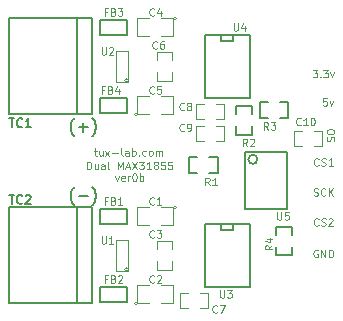
<source format=gto>
G04 #@! TF.FileFunction,Legend,Top*
%FSLAX46Y46*%
G04 Gerber Fmt 4.6, Leading zero omitted, Abs format (unit mm)*
G04 Created by KiCad (PCBNEW (2014-11-09 BZR 5259)-product) date Sat 15 Nov 2014 10:42:28 PM PST*
%MOMM*%
G01*
G04 APERTURE LIST*
%ADD10C,0.050000*%
%ADD11C,0.127000*%
%ADD12C,0.101600*%
%ADD13C,0.099060*%
%ADD14C,0.119380*%
%ADD15C,0.078740*%
%ADD16C,0.203200*%
G04 APERTURE END LIST*
D10*
D11*
X107429905Y-99398667D02*
X107381525Y-99350286D01*
X107284763Y-99205143D01*
X107236382Y-99108381D01*
X107188001Y-98963238D01*
X107139620Y-98721333D01*
X107139620Y-98527810D01*
X107188001Y-98285905D01*
X107236382Y-98140762D01*
X107284763Y-98044000D01*
X107381525Y-97898857D01*
X107429905Y-97850476D01*
X107816953Y-98624571D02*
X108591048Y-98624571D01*
X108204000Y-99011619D02*
X108204000Y-98237524D01*
X108978096Y-99398667D02*
X109026477Y-99350286D01*
X109123239Y-99205143D01*
X109171620Y-99108381D01*
X109220001Y-98963238D01*
X109268382Y-98721333D01*
X109268382Y-98527810D01*
X109220001Y-98285905D01*
X109171620Y-98140762D01*
X109123239Y-98044000D01*
X109026477Y-97898857D01*
X108978096Y-97850476D01*
X107429905Y-105240667D02*
X107381525Y-105192286D01*
X107284763Y-105047143D01*
X107236382Y-104950381D01*
X107188001Y-104805238D01*
X107139620Y-104563333D01*
X107139620Y-104369810D01*
X107188001Y-104127905D01*
X107236382Y-103982762D01*
X107284763Y-103886000D01*
X107381525Y-103740857D01*
X107429905Y-103692476D01*
X107816953Y-104466571D02*
X108591048Y-104466571D01*
X108978096Y-105240667D02*
X109026477Y-105192286D01*
X109123239Y-105047143D01*
X109171620Y-104950381D01*
X109220001Y-104805238D01*
X109268382Y-104563333D01*
X109268382Y-104369810D01*
X109220001Y-104127905D01*
X109171620Y-103982762D01*
X109123239Y-103886000D01*
X109026477Y-103740857D01*
X108978096Y-103692476D01*
D12*
X128814285Y-96172262D02*
X128511904Y-96172262D01*
X128481666Y-96474643D01*
X128511904Y-96444405D01*
X128572381Y-96414167D01*
X128723571Y-96414167D01*
X128784047Y-96444405D01*
X128814285Y-96474643D01*
X128844524Y-96535119D01*
X128844524Y-96686310D01*
X128814285Y-96746786D01*
X128784047Y-96777024D01*
X128723571Y-96807262D01*
X128572381Y-96807262D01*
X128511904Y-96777024D01*
X128481666Y-96746786D01*
X129056190Y-96383929D02*
X129207381Y-96807262D01*
X129358571Y-96383929D01*
X108517266Y-102179362D02*
X108517266Y-101544362D01*
X108668457Y-101544362D01*
X108759171Y-101574600D01*
X108819647Y-101635076D01*
X108849886Y-101695552D01*
X108880124Y-101816505D01*
X108880124Y-101907219D01*
X108849886Y-102028171D01*
X108819647Y-102088648D01*
X108759171Y-102149124D01*
X108668457Y-102179362D01*
X108517266Y-102179362D01*
X109424409Y-101756029D02*
X109424409Y-102179362D01*
X109152266Y-101756029D02*
X109152266Y-102088648D01*
X109182505Y-102149124D01*
X109242981Y-102179362D01*
X109333695Y-102179362D01*
X109394171Y-102149124D01*
X109424409Y-102118886D01*
X109998933Y-102179362D02*
X109998933Y-101846743D01*
X109968695Y-101786267D01*
X109908219Y-101756029D01*
X109787267Y-101756029D01*
X109726790Y-101786267D01*
X109998933Y-102149124D02*
X109938457Y-102179362D01*
X109787267Y-102179362D01*
X109726790Y-102149124D01*
X109696552Y-102088648D01*
X109696552Y-102028171D01*
X109726790Y-101967695D01*
X109787267Y-101937457D01*
X109938457Y-101937457D01*
X109998933Y-101907219D01*
X110392029Y-102179362D02*
X110331553Y-102149124D01*
X110301314Y-102088648D01*
X110301314Y-101544362D01*
X111117743Y-102179362D02*
X111117743Y-101544362D01*
X111329410Y-101997933D01*
X111541077Y-101544362D01*
X111541077Y-102179362D01*
X111813219Y-101997933D02*
X112115600Y-101997933D01*
X111752743Y-102179362D02*
X111964410Y-101544362D01*
X112176077Y-102179362D01*
X112327267Y-101544362D02*
X112750601Y-102179362D01*
X112750601Y-101544362D02*
X112327267Y-102179362D01*
X112932029Y-101544362D02*
X113325125Y-101544362D01*
X113113458Y-101786267D01*
X113204172Y-101786267D01*
X113264648Y-101816505D01*
X113294886Y-101846743D01*
X113325125Y-101907219D01*
X113325125Y-102058410D01*
X113294886Y-102118886D01*
X113264648Y-102149124D01*
X113204172Y-102179362D01*
X113022744Y-102179362D01*
X112962267Y-102149124D01*
X112932029Y-102118886D01*
X113929887Y-102179362D02*
X113567029Y-102179362D01*
X113748458Y-102179362D02*
X113748458Y-101544362D01*
X113687982Y-101635076D01*
X113627506Y-101695552D01*
X113567029Y-101725790D01*
X114292744Y-101816505D02*
X114232268Y-101786267D01*
X114202029Y-101756029D01*
X114171791Y-101695552D01*
X114171791Y-101665314D01*
X114202029Y-101604838D01*
X114232268Y-101574600D01*
X114292744Y-101544362D01*
X114413696Y-101544362D01*
X114474172Y-101574600D01*
X114504410Y-101604838D01*
X114534649Y-101665314D01*
X114534649Y-101695552D01*
X114504410Y-101756029D01*
X114474172Y-101786267D01*
X114413696Y-101816505D01*
X114292744Y-101816505D01*
X114232268Y-101846743D01*
X114202029Y-101876981D01*
X114171791Y-101937457D01*
X114171791Y-102058410D01*
X114202029Y-102118886D01*
X114232268Y-102149124D01*
X114292744Y-102179362D01*
X114413696Y-102179362D01*
X114474172Y-102149124D01*
X114504410Y-102118886D01*
X114534649Y-102058410D01*
X114534649Y-101937457D01*
X114504410Y-101876981D01*
X114474172Y-101846743D01*
X114413696Y-101816505D01*
X115109172Y-101544362D02*
X114806791Y-101544362D01*
X114776553Y-101846743D01*
X114806791Y-101816505D01*
X114867268Y-101786267D01*
X115018458Y-101786267D01*
X115078934Y-101816505D01*
X115109172Y-101846743D01*
X115139411Y-101907219D01*
X115139411Y-102058410D01*
X115109172Y-102118886D01*
X115078934Y-102149124D01*
X115018458Y-102179362D01*
X114867268Y-102179362D01*
X114806791Y-102149124D01*
X114776553Y-102118886D01*
X115713934Y-101544362D02*
X115411553Y-101544362D01*
X115381315Y-101846743D01*
X115411553Y-101816505D01*
X115472030Y-101786267D01*
X115623220Y-101786267D01*
X115683696Y-101816505D01*
X115713934Y-101846743D01*
X115744173Y-101907219D01*
X115744173Y-102058410D01*
X115713934Y-102118886D01*
X115683696Y-102149124D01*
X115623220Y-102179362D01*
X115472030Y-102179362D01*
X115411553Y-102149124D01*
X115381315Y-102118886D01*
X110906076Y-102746629D02*
X111057267Y-103169962D01*
X111208457Y-102746629D01*
X111692267Y-103139724D02*
X111631791Y-103169962D01*
X111510839Y-103169962D01*
X111450362Y-103139724D01*
X111420124Y-103079248D01*
X111420124Y-102837343D01*
X111450362Y-102776867D01*
X111510839Y-102746629D01*
X111631791Y-102746629D01*
X111692267Y-102776867D01*
X111722505Y-102837343D01*
X111722505Y-102897819D01*
X111420124Y-102958295D01*
X111994648Y-103169962D02*
X111994648Y-102746629D01*
X111994648Y-102867581D02*
X112024887Y-102807105D01*
X112055125Y-102776867D01*
X112115601Y-102746629D01*
X112176077Y-102746629D01*
X112508696Y-102534962D02*
X112569172Y-102534962D01*
X112629648Y-102565200D01*
X112659886Y-102595438D01*
X112690124Y-102655914D01*
X112720363Y-102776867D01*
X112720363Y-102928057D01*
X112690124Y-103049010D01*
X112659886Y-103109486D01*
X112629648Y-103139724D01*
X112569172Y-103169962D01*
X112508696Y-103169962D01*
X112448220Y-103139724D01*
X112417982Y-103109486D01*
X112387743Y-103049010D01*
X112357505Y-102928057D01*
X112357505Y-102776867D01*
X112387743Y-102655914D01*
X112417982Y-102595438D01*
X112448220Y-102565200D01*
X112508696Y-102534962D01*
X112992505Y-103169962D02*
X112992505Y-102534962D01*
X112992505Y-102776867D02*
X113052982Y-102746629D01*
X113173934Y-102746629D01*
X113234410Y-102776867D01*
X113264648Y-102807105D01*
X113294886Y-102867581D01*
X113294886Y-103049010D01*
X113264648Y-103109486D01*
X113234410Y-103139724D01*
X113173934Y-103169962D01*
X113052982Y-103169962D01*
X112992505Y-103139724D01*
X109106304Y-100600329D02*
X109348209Y-100600329D01*
X109197018Y-100388662D02*
X109197018Y-100932948D01*
X109227257Y-100993424D01*
X109287733Y-101023662D01*
X109348209Y-101023662D01*
X109832018Y-100600329D02*
X109832018Y-101023662D01*
X109559875Y-100600329D02*
X109559875Y-100932948D01*
X109590114Y-100993424D01*
X109650590Y-101023662D01*
X109741304Y-101023662D01*
X109801780Y-100993424D01*
X109832018Y-100963186D01*
X110073923Y-101023662D02*
X110406542Y-100600329D01*
X110073923Y-100600329D02*
X110406542Y-101023662D01*
X110648447Y-100781757D02*
X111132257Y-100781757D01*
X111525352Y-101023662D02*
X111464876Y-100993424D01*
X111434637Y-100932948D01*
X111434637Y-100388662D01*
X112039399Y-101023662D02*
X112039399Y-100691043D01*
X112009161Y-100630567D01*
X111948685Y-100600329D01*
X111827733Y-100600329D01*
X111767256Y-100630567D01*
X112039399Y-100993424D02*
X111978923Y-101023662D01*
X111827733Y-101023662D01*
X111767256Y-100993424D01*
X111737018Y-100932948D01*
X111737018Y-100872471D01*
X111767256Y-100811995D01*
X111827733Y-100781757D01*
X111978923Y-100781757D01*
X112039399Y-100751519D01*
X112341780Y-101023662D02*
X112341780Y-100388662D01*
X112341780Y-100630567D02*
X112402257Y-100600329D01*
X112523209Y-100600329D01*
X112583685Y-100630567D01*
X112613923Y-100660805D01*
X112644161Y-100721281D01*
X112644161Y-100902710D01*
X112613923Y-100963186D01*
X112583685Y-100993424D01*
X112523209Y-101023662D01*
X112402257Y-101023662D01*
X112341780Y-100993424D01*
X112916304Y-100963186D02*
X112946543Y-100993424D01*
X112916304Y-101023662D01*
X112886066Y-100993424D01*
X112916304Y-100963186D01*
X112916304Y-101023662D01*
X113490828Y-100993424D02*
X113430352Y-101023662D01*
X113309400Y-101023662D01*
X113248924Y-100993424D01*
X113218685Y-100963186D01*
X113188447Y-100902710D01*
X113188447Y-100721281D01*
X113218685Y-100660805D01*
X113248924Y-100630567D01*
X113309400Y-100600329D01*
X113430352Y-100600329D01*
X113490828Y-100630567D01*
X113853686Y-101023662D02*
X113793210Y-100993424D01*
X113762971Y-100963186D01*
X113732733Y-100902710D01*
X113732733Y-100721281D01*
X113762971Y-100660805D01*
X113793210Y-100630567D01*
X113853686Y-100600329D01*
X113944400Y-100600329D01*
X114004876Y-100630567D01*
X114035114Y-100660805D01*
X114065352Y-100721281D01*
X114065352Y-100902710D01*
X114035114Y-100963186D01*
X114004876Y-100993424D01*
X113944400Y-101023662D01*
X113853686Y-101023662D01*
X114337495Y-101023662D02*
X114337495Y-100600329D01*
X114337495Y-100660805D02*
X114367734Y-100630567D01*
X114428210Y-100600329D01*
X114518924Y-100600329D01*
X114579400Y-100630567D01*
X114609638Y-100691043D01*
X114609638Y-101023662D01*
X114609638Y-100691043D02*
X114639876Y-100630567D01*
X114700353Y-100600329D01*
X114791067Y-100600329D01*
X114851543Y-100630567D01*
X114881781Y-100691043D01*
X114881781Y-101023662D01*
X128115786Y-101826786D02*
X128085548Y-101857024D01*
X127994833Y-101887262D01*
X127934357Y-101887262D01*
X127843643Y-101857024D01*
X127783167Y-101796548D01*
X127752928Y-101736071D01*
X127722690Y-101615119D01*
X127722690Y-101524405D01*
X127752928Y-101403452D01*
X127783167Y-101342976D01*
X127843643Y-101282500D01*
X127934357Y-101252262D01*
X127994833Y-101252262D01*
X128085548Y-101282500D01*
X128115786Y-101312738D01*
X128357690Y-101857024D02*
X128448405Y-101887262D01*
X128599595Y-101887262D01*
X128660071Y-101857024D01*
X128690309Y-101826786D01*
X128720548Y-101766310D01*
X128720548Y-101705833D01*
X128690309Y-101645357D01*
X128660071Y-101615119D01*
X128599595Y-101584881D01*
X128478643Y-101554643D01*
X128418167Y-101524405D01*
X128387928Y-101494167D01*
X128357690Y-101433690D01*
X128357690Y-101373214D01*
X128387928Y-101312738D01*
X128418167Y-101282500D01*
X128478643Y-101252262D01*
X128629833Y-101252262D01*
X128720548Y-101282500D01*
X129325310Y-101887262D02*
X128962452Y-101887262D01*
X129143881Y-101887262D02*
X129143881Y-101252262D01*
X129083405Y-101342976D01*
X129022929Y-101403452D01*
X128962452Y-101433690D01*
X127707571Y-104397024D02*
X127798286Y-104427262D01*
X127949476Y-104427262D01*
X128009952Y-104397024D01*
X128040190Y-104366786D01*
X128070429Y-104306310D01*
X128070429Y-104245833D01*
X128040190Y-104185357D01*
X128009952Y-104155119D01*
X127949476Y-104124881D01*
X127828524Y-104094643D01*
X127768048Y-104064405D01*
X127737809Y-104034167D01*
X127707571Y-103973690D01*
X127707571Y-103913214D01*
X127737809Y-103852738D01*
X127768048Y-103822500D01*
X127828524Y-103792262D01*
X127979714Y-103792262D01*
X128070429Y-103822500D01*
X128705429Y-104366786D02*
X128675191Y-104397024D01*
X128584476Y-104427262D01*
X128524000Y-104427262D01*
X128433286Y-104397024D01*
X128372810Y-104336548D01*
X128342571Y-104276071D01*
X128312333Y-104155119D01*
X128312333Y-104064405D01*
X128342571Y-103943452D01*
X128372810Y-103882976D01*
X128433286Y-103822500D01*
X128524000Y-103792262D01*
X128584476Y-103792262D01*
X128675191Y-103822500D01*
X128705429Y-103852738D01*
X128977571Y-104427262D02*
X128977571Y-103792262D01*
X129340429Y-104427262D02*
X129068286Y-104064405D01*
X129340429Y-103792262D02*
X128977571Y-104155119D01*
X129416024Y-99828048D02*
X129446262Y-99737333D01*
X129446262Y-99586143D01*
X129416024Y-99525667D01*
X129385786Y-99495429D01*
X129325310Y-99465190D01*
X129264833Y-99465190D01*
X129204357Y-99495429D01*
X129174119Y-99525667D01*
X129143881Y-99586143D01*
X129113643Y-99707095D01*
X129083405Y-99767571D01*
X129053167Y-99797810D01*
X128992690Y-99828048D01*
X128932214Y-99828048D01*
X128871738Y-99797810D01*
X128841500Y-99767571D01*
X128811262Y-99707095D01*
X128811262Y-99555905D01*
X128841500Y-99465190D01*
X128811262Y-99072095D02*
X128811262Y-98951143D01*
X128841500Y-98890667D01*
X128901976Y-98830190D01*
X129022929Y-98799952D01*
X129234595Y-98799952D01*
X129355548Y-98830190D01*
X129416024Y-98890667D01*
X129446262Y-98951143D01*
X129446262Y-99072095D01*
X129416024Y-99132571D01*
X129355548Y-99193048D01*
X129234595Y-99223286D01*
X129022929Y-99223286D01*
X128901976Y-99193048D01*
X128841500Y-99132571D01*
X128811262Y-99072095D01*
X128040191Y-109029500D02*
X127979714Y-108999262D01*
X127889000Y-108999262D01*
X127798286Y-109029500D01*
X127737810Y-109089976D01*
X127707571Y-109150452D01*
X127677333Y-109271405D01*
X127677333Y-109362119D01*
X127707571Y-109483071D01*
X127737810Y-109543548D01*
X127798286Y-109604024D01*
X127889000Y-109634262D01*
X127949476Y-109634262D01*
X128040191Y-109604024D01*
X128070429Y-109573786D01*
X128070429Y-109362119D01*
X127949476Y-109362119D01*
X128342571Y-109634262D02*
X128342571Y-108999262D01*
X128705429Y-109634262D01*
X128705429Y-108999262D01*
X129007809Y-109634262D02*
X129007809Y-108999262D01*
X129159000Y-108999262D01*
X129249714Y-109029500D01*
X129310190Y-109089976D01*
X129340429Y-109150452D01*
X129370667Y-109271405D01*
X129370667Y-109362119D01*
X129340429Y-109483071D01*
X129310190Y-109543548D01*
X129249714Y-109604024D01*
X129159000Y-109634262D01*
X129007809Y-109634262D01*
X127616857Y-93759262D02*
X128009953Y-93759262D01*
X127798286Y-94001167D01*
X127889000Y-94001167D01*
X127949476Y-94031405D01*
X127979714Y-94061643D01*
X128009953Y-94122119D01*
X128009953Y-94273310D01*
X127979714Y-94333786D01*
X127949476Y-94364024D01*
X127889000Y-94394262D01*
X127707572Y-94394262D01*
X127647095Y-94364024D01*
X127616857Y-94333786D01*
X128282095Y-94333786D02*
X128312334Y-94364024D01*
X128282095Y-94394262D01*
X128251857Y-94364024D01*
X128282095Y-94333786D01*
X128282095Y-94394262D01*
X128524000Y-93759262D02*
X128917096Y-93759262D01*
X128705429Y-94001167D01*
X128796143Y-94001167D01*
X128856619Y-94031405D01*
X128886857Y-94061643D01*
X128917096Y-94122119D01*
X128917096Y-94273310D01*
X128886857Y-94333786D01*
X128856619Y-94364024D01*
X128796143Y-94394262D01*
X128614715Y-94394262D01*
X128554238Y-94364024D01*
X128524000Y-94333786D01*
X129128762Y-93970929D02*
X129279953Y-94394262D01*
X129431143Y-93970929D01*
X128115786Y-106906786D02*
X128085548Y-106937024D01*
X127994833Y-106967262D01*
X127934357Y-106967262D01*
X127843643Y-106937024D01*
X127783167Y-106876548D01*
X127752928Y-106816071D01*
X127722690Y-106695119D01*
X127722690Y-106604405D01*
X127752928Y-106483452D01*
X127783167Y-106422976D01*
X127843643Y-106362500D01*
X127934357Y-106332262D01*
X127994833Y-106332262D01*
X128085548Y-106362500D01*
X128115786Y-106392738D01*
X128357690Y-106937024D02*
X128448405Y-106967262D01*
X128599595Y-106967262D01*
X128660071Y-106937024D01*
X128690309Y-106906786D01*
X128720548Y-106846310D01*
X128720548Y-106785833D01*
X128690309Y-106725357D01*
X128660071Y-106695119D01*
X128599595Y-106664881D01*
X128478643Y-106634643D01*
X128418167Y-106604405D01*
X128387928Y-106574167D01*
X128357690Y-106513690D01*
X128357690Y-106453214D01*
X128387928Y-106392738D01*
X128418167Y-106362500D01*
X128478643Y-106332262D01*
X128629833Y-106332262D01*
X128720548Y-106362500D01*
X128962452Y-106392738D02*
X128992690Y-106362500D01*
X129053167Y-106332262D01*
X129204357Y-106332262D01*
X129264833Y-106362500D01*
X129295071Y-106392738D01*
X129325310Y-106453214D01*
X129325310Y-106513690D01*
X129295071Y-106604405D01*
X128932214Y-106967262D01*
X129325310Y-106967262D01*
D13*
X116078000Y-105410000D02*
G75*
G03X116078000Y-105410000I-127000J0D01*
G01*
X114808000Y-105410000D02*
X115824000Y-105410000D01*
X115824000Y-105410000D02*
X115824000Y-106934000D01*
X115824000Y-106934000D02*
X114808000Y-106934000D01*
X113792000Y-106934000D02*
X112776000Y-106934000D01*
X112776000Y-106934000D02*
X112776000Y-105410000D01*
X112776000Y-105410000D02*
X113792000Y-105410000D01*
X112776000Y-113538000D02*
G75*
G03X112776000Y-113538000I-127000J0D01*
G01*
X113792000Y-113538000D02*
X112776000Y-113538000D01*
X112776000Y-113538000D02*
X112776000Y-112014000D01*
X112776000Y-112014000D02*
X113792000Y-112014000D01*
X114808000Y-112014000D02*
X115824000Y-112014000D01*
X115824000Y-112014000D02*
X115824000Y-113538000D01*
X115824000Y-113538000D02*
X114808000Y-113538000D01*
D14*
X114411760Y-109974380D02*
X114411760Y-110672880D01*
X114411760Y-108973620D02*
X114411760Y-108275120D01*
X115712240Y-109974380D02*
X115712240Y-110672880D01*
X115712240Y-108275120D02*
X115712240Y-108973620D01*
X115697000Y-110672880D02*
X114427000Y-110672880D01*
X114427000Y-108275120D02*
X115697000Y-108275120D01*
D13*
X116078000Y-89408000D02*
G75*
G03X116078000Y-89408000I-127000J0D01*
G01*
X114808000Y-89408000D02*
X115824000Y-89408000D01*
X115824000Y-89408000D02*
X115824000Y-90932000D01*
X115824000Y-90932000D02*
X114808000Y-90932000D01*
X113792000Y-90932000D02*
X112776000Y-90932000D01*
X112776000Y-90932000D02*
X112776000Y-89408000D01*
X112776000Y-89408000D02*
X113792000Y-89408000D01*
X112776000Y-97536000D02*
G75*
G03X112776000Y-97536000I-127000J0D01*
G01*
X113792000Y-97536000D02*
X112776000Y-97536000D01*
X112776000Y-97536000D02*
X112776000Y-96012000D01*
X112776000Y-96012000D02*
X113792000Y-96012000D01*
X114808000Y-96012000D02*
X115824000Y-96012000D01*
X115824000Y-96012000D02*
X115824000Y-97536000D01*
X115824000Y-97536000D02*
X114808000Y-97536000D01*
D14*
X114411760Y-93972380D02*
X114411760Y-94670880D01*
X114411760Y-92971620D02*
X114411760Y-92273120D01*
X115712240Y-93972380D02*
X115712240Y-94670880D01*
X115712240Y-92273120D02*
X115712240Y-92971620D01*
X115697000Y-94670880D02*
X114427000Y-94670880D01*
X114427000Y-92273120D02*
X115697000Y-92273120D01*
X117101620Y-112633760D02*
X116403120Y-112633760D01*
X118102380Y-112633760D02*
X118800880Y-112633760D01*
X117101620Y-113934240D02*
X116403120Y-113934240D01*
X118800880Y-113934240D02*
X118102380Y-113934240D01*
X116403120Y-113919000D02*
X116403120Y-112649000D01*
X118800880Y-112649000D02*
X118800880Y-113919000D01*
X119448580Y-97932240D02*
X120147080Y-97932240D01*
X118447820Y-97932240D02*
X117749320Y-97932240D01*
X119448580Y-96631760D02*
X120147080Y-96631760D01*
X117749320Y-96631760D02*
X118447820Y-96631760D01*
X120147080Y-96647000D02*
X120147080Y-97917000D01*
X117749320Y-97917000D02*
X117749320Y-96647000D01*
D11*
X109601000Y-105537000D02*
X111887000Y-105537000D01*
X111887000Y-105537000D02*
X111887000Y-106807000D01*
X111887000Y-106807000D02*
X109601000Y-106807000D01*
X109601000Y-106807000D02*
X109601000Y-105537000D01*
X109601000Y-112141000D02*
X111887000Y-112141000D01*
X111887000Y-112141000D02*
X111887000Y-113411000D01*
X111887000Y-113411000D02*
X109601000Y-113411000D01*
X109601000Y-113411000D02*
X109601000Y-112141000D01*
X109601000Y-89535000D02*
X111887000Y-89535000D01*
X111887000Y-89535000D02*
X111887000Y-90805000D01*
X111887000Y-90805000D02*
X109601000Y-90805000D01*
X109601000Y-90805000D02*
X109601000Y-89535000D01*
X109601000Y-96139000D02*
X111887000Y-96139000D01*
X111887000Y-96139000D02*
X111887000Y-97409000D01*
X111887000Y-97409000D02*
X109601000Y-97409000D01*
X109601000Y-97409000D02*
X109601000Y-96139000D01*
X117858540Y-101132640D02*
X117152420Y-101132640D01*
X117152420Y-101132640D02*
X117152420Y-102529640D01*
X117152420Y-102529640D02*
X117858540Y-102529640D01*
X119565420Y-101132640D02*
X118859300Y-101132640D01*
X119565420Y-101132640D02*
X119565420Y-102529640D01*
X119565420Y-102529640D02*
X118859300Y-102529640D01*
X122491500Y-97543620D02*
X122491500Y-96837500D01*
X122491500Y-96837500D02*
X121094500Y-96837500D01*
X121094500Y-96837500D02*
X121094500Y-97543620D01*
X122491500Y-99250500D02*
X122491500Y-98544380D01*
X122491500Y-99250500D02*
X121094500Y-99250500D01*
X121094500Y-99250500D02*
X121094500Y-98544380D01*
X124833380Y-97853500D02*
X125539500Y-97853500D01*
X125539500Y-97853500D02*
X125539500Y-96456500D01*
X125539500Y-96456500D02*
X124833380Y-96456500D01*
X123126500Y-97853500D02*
X123832620Y-97853500D01*
X123126500Y-97853500D02*
X123126500Y-96456500D01*
X123126500Y-96456500D02*
X123832620Y-96456500D01*
X124498100Y-108755180D02*
X124498100Y-109461300D01*
X124498100Y-109461300D02*
X125895100Y-109461300D01*
X125895100Y-109461300D02*
X125895100Y-108755180D01*
X124498100Y-107048300D02*
X124498100Y-107754420D01*
X124498100Y-107048300D02*
X125895100Y-107048300D01*
X125895100Y-107048300D02*
X125895100Y-107754420D01*
D15*
X112015590Y-110650020D02*
G75*
G03X112015590Y-110650020I-159070J0D01*
G01*
X110998000Y-108204000D02*
X112014000Y-108204000D01*
X110998000Y-110807500D02*
X112014000Y-110807500D01*
X112014000Y-108204000D02*
X112014000Y-110807500D01*
X110998000Y-110807500D02*
X110998000Y-108204000D01*
X112015590Y-94648020D02*
G75*
G03X112015590Y-94648020I-159070J0D01*
G01*
X110998000Y-92202000D02*
X112014000Y-92202000D01*
X110998000Y-94805500D02*
X112014000Y-94805500D01*
X112014000Y-92202000D02*
X112014000Y-94805500D01*
X110998000Y-94805500D02*
X110998000Y-92202000D01*
D11*
X118618000Y-106807000D02*
X118491000Y-106807000D01*
X118491000Y-106807000D02*
X118491000Y-112141000D01*
X122301000Y-112141000D02*
X122301000Y-106807000D01*
X122301000Y-106807000D02*
X118618000Y-106807000D01*
X120904000Y-106807000D02*
X120904000Y-107315000D01*
X120904000Y-107315000D02*
X119888000Y-107315000D01*
X119888000Y-107315000D02*
X119888000Y-106807000D01*
X122301000Y-112141000D02*
X118491000Y-112141000D01*
X118618000Y-90805000D02*
X118491000Y-90805000D01*
X118491000Y-90805000D02*
X118491000Y-96139000D01*
X122301000Y-96139000D02*
X122301000Y-90805000D01*
X122301000Y-90805000D02*
X118618000Y-90805000D01*
X120904000Y-90805000D02*
X120904000Y-91313000D01*
X120904000Y-91313000D02*
X119888000Y-91313000D01*
X119888000Y-91313000D02*
X119888000Y-90805000D01*
X122301000Y-96139000D02*
X118491000Y-96139000D01*
D16*
X125476000Y-100711000D02*
X125476000Y-105537000D01*
X125476000Y-105537000D02*
X121920000Y-105537000D01*
X121920000Y-105537000D02*
X121920000Y-100711000D01*
X121920000Y-100711000D02*
X125476000Y-100711000D01*
X122936000Y-101346000D02*
G75*
G03X122936000Y-101346000I-381000J0D01*
G01*
D11*
X107670600Y-113538000D02*
X107670600Y-105410000D01*
X101904800Y-113538000D02*
X101904800Y-105410000D01*
X101904800Y-105410000D02*
X108915200Y-105410000D01*
X108915200Y-105410000D02*
X108915200Y-113538000D01*
X108915200Y-113538000D02*
X101904800Y-113538000D01*
X107670600Y-97536000D02*
X107670600Y-89408000D01*
X101904800Y-97536000D02*
X101904800Y-89408000D01*
X101904800Y-89408000D02*
X108915200Y-89408000D01*
X108915200Y-89408000D02*
X108915200Y-97536000D01*
X108915200Y-97536000D02*
X101904800Y-97536000D01*
D14*
X119448580Y-99811840D02*
X120147080Y-99811840D01*
X118447820Y-99811840D02*
X117749320Y-99811840D01*
X119448580Y-98511360D02*
X120147080Y-98511360D01*
X117749320Y-98511360D02*
X118447820Y-98511360D01*
X120147080Y-98526600D02*
X120147080Y-99796600D01*
X117749320Y-99796600D02*
X117749320Y-98526600D01*
X126753620Y-98917760D02*
X126055120Y-98917760D01*
X127754380Y-98917760D02*
X128452880Y-98917760D01*
X126753620Y-100218240D02*
X126055120Y-100218240D01*
X128452880Y-100218240D02*
X127754380Y-100218240D01*
X126055120Y-100203000D02*
X126055120Y-98933000D01*
X128452880Y-98933000D02*
X128452880Y-100203000D01*
D12*
X114194167Y-105128786D02*
X114163929Y-105159024D01*
X114073214Y-105189262D01*
X114012738Y-105189262D01*
X113922024Y-105159024D01*
X113861548Y-105098548D01*
X113831309Y-105038071D01*
X113801071Y-104917119D01*
X113801071Y-104826405D01*
X113831309Y-104705452D01*
X113861548Y-104644976D01*
X113922024Y-104584500D01*
X114012738Y-104554262D01*
X114073214Y-104554262D01*
X114163929Y-104584500D01*
X114194167Y-104614738D01*
X114798929Y-105189262D02*
X114436071Y-105189262D01*
X114617500Y-105189262D02*
X114617500Y-104554262D01*
X114557024Y-104644976D01*
X114496548Y-104705452D01*
X114436071Y-104735690D01*
X114194167Y-111732786D02*
X114163929Y-111763024D01*
X114073214Y-111793262D01*
X114012738Y-111793262D01*
X113922024Y-111763024D01*
X113861548Y-111702548D01*
X113831309Y-111642071D01*
X113801071Y-111521119D01*
X113801071Y-111430405D01*
X113831309Y-111309452D01*
X113861548Y-111248976D01*
X113922024Y-111188500D01*
X114012738Y-111158262D01*
X114073214Y-111158262D01*
X114163929Y-111188500D01*
X114194167Y-111218738D01*
X114436071Y-111218738D02*
X114466309Y-111188500D01*
X114526786Y-111158262D01*
X114677976Y-111158262D01*
X114738452Y-111188500D01*
X114768690Y-111218738D01*
X114798929Y-111279214D01*
X114798929Y-111339690D01*
X114768690Y-111430405D01*
X114405833Y-111793262D01*
X114798929Y-111793262D01*
X114194167Y-107922786D02*
X114163929Y-107953024D01*
X114073214Y-107983262D01*
X114012738Y-107983262D01*
X113922024Y-107953024D01*
X113861548Y-107892548D01*
X113831309Y-107832071D01*
X113801071Y-107711119D01*
X113801071Y-107620405D01*
X113831309Y-107499452D01*
X113861548Y-107438976D01*
X113922024Y-107378500D01*
X114012738Y-107348262D01*
X114073214Y-107348262D01*
X114163929Y-107378500D01*
X114194167Y-107408738D01*
X114405833Y-107348262D02*
X114798929Y-107348262D01*
X114587262Y-107590167D01*
X114677976Y-107590167D01*
X114738452Y-107620405D01*
X114768690Y-107650643D01*
X114798929Y-107711119D01*
X114798929Y-107862310D01*
X114768690Y-107922786D01*
X114738452Y-107953024D01*
X114677976Y-107983262D01*
X114496548Y-107983262D01*
X114436071Y-107953024D01*
X114405833Y-107922786D01*
X114194167Y-89126786D02*
X114163929Y-89157024D01*
X114073214Y-89187262D01*
X114012738Y-89187262D01*
X113922024Y-89157024D01*
X113861548Y-89096548D01*
X113831309Y-89036071D01*
X113801071Y-88915119D01*
X113801071Y-88824405D01*
X113831309Y-88703452D01*
X113861548Y-88642976D01*
X113922024Y-88582500D01*
X114012738Y-88552262D01*
X114073214Y-88552262D01*
X114163929Y-88582500D01*
X114194167Y-88612738D01*
X114738452Y-88763929D02*
X114738452Y-89187262D01*
X114587262Y-88522024D02*
X114436071Y-88975595D01*
X114829167Y-88975595D01*
X114194167Y-95730786D02*
X114163929Y-95761024D01*
X114073214Y-95791262D01*
X114012738Y-95791262D01*
X113922024Y-95761024D01*
X113861548Y-95700548D01*
X113831309Y-95640071D01*
X113801071Y-95519119D01*
X113801071Y-95428405D01*
X113831309Y-95307452D01*
X113861548Y-95246976D01*
X113922024Y-95186500D01*
X114012738Y-95156262D01*
X114073214Y-95156262D01*
X114163929Y-95186500D01*
X114194167Y-95216738D01*
X114768690Y-95156262D02*
X114466309Y-95156262D01*
X114436071Y-95458643D01*
X114466309Y-95428405D01*
X114526786Y-95398167D01*
X114677976Y-95398167D01*
X114738452Y-95428405D01*
X114768690Y-95458643D01*
X114798929Y-95519119D01*
X114798929Y-95670310D01*
X114768690Y-95730786D01*
X114738452Y-95761024D01*
X114677976Y-95791262D01*
X114526786Y-95791262D01*
X114466309Y-95761024D01*
X114436071Y-95730786D01*
X114448167Y-91920786D02*
X114417929Y-91951024D01*
X114327214Y-91981262D01*
X114266738Y-91981262D01*
X114176024Y-91951024D01*
X114115548Y-91890548D01*
X114085309Y-91830071D01*
X114055071Y-91709119D01*
X114055071Y-91618405D01*
X114085309Y-91497452D01*
X114115548Y-91436976D01*
X114176024Y-91376500D01*
X114266738Y-91346262D01*
X114327214Y-91346262D01*
X114417929Y-91376500D01*
X114448167Y-91406738D01*
X114992452Y-91346262D02*
X114871500Y-91346262D01*
X114811024Y-91376500D01*
X114780786Y-91406738D01*
X114720309Y-91497452D01*
X114690071Y-91618405D01*
X114690071Y-91860310D01*
X114720309Y-91920786D01*
X114750548Y-91951024D01*
X114811024Y-91981262D01*
X114931976Y-91981262D01*
X114992452Y-91951024D01*
X115022690Y-91920786D01*
X115052929Y-91860310D01*
X115052929Y-91709119D01*
X115022690Y-91648643D01*
X114992452Y-91618405D01*
X114931976Y-91588167D01*
X114811024Y-91588167D01*
X114750548Y-91618405D01*
X114720309Y-91648643D01*
X114690071Y-91709119D01*
X119528167Y-114272786D02*
X119497929Y-114303024D01*
X119407214Y-114333262D01*
X119346738Y-114333262D01*
X119256024Y-114303024D01*
X119195548Y-114242548D01*
X119165309Y-114182071D01*
X119135071Y-114061119D01*
X119135071Y-113970405D01*
X119165309Y-113849452D01*
X119195548Y-113788976D01*
X119256024Y-113728500D01*
X119346738Y-113698262D01*
X119407214Y-113698262D01*
X119497929Y-113728500D01*
X119528167Y-113758738D01*
X119739833Y-113698262D02*
X120163167Y-113698262D01*
X119891024Y-114333262D01*
X116734167Y-97127786D02*
X116703929Y-97158024D01*
X116613214Y-97188262D01*
X116552738Y-97188262D01*
X116462024Y-97158024D01*
X116401548Y-97097548D01*
X116371309Y-97037071D01*
X116341071Y-96916119D01*
X116341071Y-96825405D01*
X116371309Y-96704452D01*
X116401548Y-96643976D01*
X116462024Y-96583500D01*
X116552738Y-96553262D01*
X116613214Y-96553262D01*
X116703929Y-96583500D01*
X116734167Y-96613738D01*
X117097024Y-96825405D02*
X117036548Y-96795167D01*
X117006309Y-96764929D01*
X116976071Y-96704452D01*
X116976071Y-96674214D01*
X117006309Y-96613738D01*
X117036548Y-96583500D01*
X117097024Y-96553262D01*
X117217976Y-96553262D01*
X117278452Y-96583500D01*
X117308690Y-96613738D01*
X117338929Y-96674214D01*
X117338929Y-96704452D01*
X117308690Y-96764929D01*
X117278452Y-96795167D01*
X117217976Y-96825405D01*
X117097024Y-96825405D01*
X117036548Y-96855643D01*
X117006309Y-96885881D01*
X116976071Y-96946357D01*
X116976071Y-97067310D01*
X117006309Y-97127786D01*
X117036548Y-97158024D01*
X117097024Y-97188262D01*
X117217976Y-97188262D01*
X117278452Y-97158024D01*
X117308690Y-97127786D01*
X117338929Y-97067310D01*
X117338929Y-96946357D01*
X117308690Y-96885881D01*
X117278452Y-96855643D01*
X117217976Y-96825405D01*
X110214833Y-104856643D02*
X110003166Y-104856643D01*
X110003166Y-105189262D02*
X110003166Y-104554262D01*
X110305547Y-104554262D01*
X110759119Y-104856643D02*
X110849833Y-104886881D01*
X110880072Y-104917119D01*
X110910310Y-104977595D01*
X110910310Y-105068310D01*
X110880072Y-105128786D01*
X110849833Y-105159024D01*
X110789357Y-105189262D01*
X110547452Y-105189262D01*
X110547452Y-104554262D01*
X110759119Y-104554262D01*
X110819595Y-104584500D01*
X110849833Y-104614738D01*
X110880072Y-104675214D01*
X110880072Y-104735690D01*
X110849833Y-104796167D01*
X110819595Y-104826405D01*
X110759119Y-104856643D01*
X110547452Y-104856643D01*
X111515072Y-105189262D02*
X111152214Y-105189262D01*
X111333643Y-105189262D02*
X111333643Y-104554262D01*
X111273167Y-104644976D01*
X111212691Y-104705452D01*
X111152214Y-104735690D01*
X110214833Y-111460643D02*
X110003166Y-111460643D01*
X110003166Y-111793262D02*
X110003166Y-111158262D01*
X110305547Y-111158262D01*
X110759119Y-111460643D02*
X110849833Y-111490881D01*
X110880072Y-111521119D01*
X110910310Y-111581595D01*
X110910310Y-111672310D01*
X110880072Y-111732786D01*
X110849833Y-111763024D01*
X110789357Y-111793262D01*
X110547452Y-111793262D01*
X110547452Y-111158262D01*
X110759119Y-111158262D01*
X110819595Y-111188500D01*
X110849833Y-111218738D01*
X110880072Y-111279214D01*
X110880072Y-111339690D01*
X110849833Y-111400167D01*
X110819595Y-111430405D01*
X110759119Y-111460643D01*
X110547452Y-111460643D01*
X111152214Y-111218738D02*
X111182452Y-111188500D01*
X111242929Y-111158262D01*
X111394119Y-111158262D01*
X111454595Y-111188500D01*
X111484833Y-111218738D01*
X111515072Y-111279214D01*
X111515072Y-111339690D01*
X111484833Y-111430405D01*
X111121976Y-111793262D01*
X111515072Y-111793262D01*
X110214833Y-88854643D02*
X110003166Y-88854643D01*
X110003166Y-89187262D02*
X110003166Y-88552262D01*
X110305547Y-88552262D01*
X110759119Y-88854643D02*
X110849833Y-88884881D01*
X110880072Y-88915119D01*
X110910310Y-88975595D01*
X110910310Y-89066310D01*
X110880072Y-89126786D01*
X110849833Y-89157024D01*
X110789357Y-89187262D01*
X110547452Y-89187262D01*
X110547452Y-88552262D01*
X110759119Y-88552262D01*
X110819595Y-88582500D01*
X110849833Y-88612738D01*
X110880072Y-88673214D01*
X110880072Y-88733690D01*
X110849833Y-88794167D01*
X110819595Y-88824405D01*
X110759119Y-88854643D01*
X110547452Y-88854643D01*
X111121976Y-88552262D02*
X111515072Y-88552262D01*
X111303405Y-88794167D01*
X111394119Y-88794167D01*
X111454595Y-88824405D01*
X111484833Y-88854643D01*
X111515072Y-88915119D01*
X111515072Y-89066310D01*
X111484833Y-89126786D01*
X111454595Y-89157024D01*
X111394119Y-89187262D01*
X111212691Y-89187262D01*
X111152214Y-89157024D01*
X111121976Y-89126786D01*
X109960833Y-95458643D02*
X109749166Y-95458643D01*
X109749166Y-95791262D02*
X109749166Y-95156262D01*
X110051547Y-95156262D01*
X110505119Y-95458643D02*
X110595833Y-95488881D01*
X110626072Y-95519119D01*
X110656310Y-95579595D01*
X110656310Y-95670310D01*
X110626072Y-95730786D01*
X110595833Y-95761024D01*
X110535357Y-95791262D01*
X110293452Y-95791262D01*
X110293452Y-95156262D01*
X110505119Y-95156262D01*
X110565595Y-95186500D01*
X110595833Y-95216738D01*
X110626072Y-95277214D01*
X110626072Y-95337690D01*
X110595833Y-95398167D01*
X110565595Y-95428405D01*
X110505119Y-95458643D01*
X110293452Y-95458643D01*
X111200595Y-95367929D02*
X111200595Y-95791262D01*
X111049405Y-95126024D02*
X110898214Y-95579595D01*
X111291310Y-95579595D01*
X118893167Y-103538262D02*
X118681500Y-103235881D01*
X118530309Y-103538262D02*
X118530309Y-102903262D01*
X118772214Y-102903262D01*
X118832690Y-102933500D01*
X118862929Y-102963738D01*
X118893167Y-103024214D01*
X118893167Y-103114929D01*
X118862929Y-103175405D01*
X118832690Y-103205643D01*
X118772214Y-103235881D01*
X118530309Y-103235881D01*
X119497929Y-103538262D02*
X119135071Y-103538262D01*
X119316500Y-103538262D02*
X119316500Y-102903262D01*
X119256024Y-102993976D01*
X119195548Y-103054452D01*
X119135071Y-103084690D01*
X122068167Y-100236262D02*
X121856500Y-99933881D01*
X121705309Y-100236262D02*
X121705309Y-99601262D01*
X121947214Y-99601262D01*
X122007690Y-99631500D01*
X122037929Y-99661738D01*
X122068167Y-99722214D01*
X122068167Y-99812929D01*
X122037929Y-99873405D01*
X122007690Y-99903643D01*
X121947214Y-99933881D01*
X121705309Y-99933881D01*
X122310071Y-99661738D02*
X122340309Y-99631500D01*
X122400786Y-99601262D01*
X122551976Y-99601262D01*
X122612452Y-99631500D01*
X122642690Y-99661738D01*
X122672929Y-99722214D01*
X122672929Y-99782690D01*
X122642690Y-99873405D01*
X122279833Y-100236262D01*
X122672929Y-100236262D01*
X123846167Y-98839262D02*
X123634500Y-98536881D01*
X123483309Y-98839262D02*
X123483309Y-98204262D01*
X123725214Y-98204262D01*
X123785690Y-98234500D01*
X123815929Y-98264738D01*
X123846167Y-98325214D01*
X123846167Y-98415929D01*
X123815929Y-98476405D01*
X123785690Y-98506643D01*
X123725214Y-98536881D01*
X123483309Y-98536881D01*
X124057833Y-98204262D02*
X124450929Y-98204262D01*
X124239262Y-98446167D01*
X124329976Y-98446167D01*
X124390452Y-98476405D01*
X124420690Y-98506643D01*
X124450929Y-98567119D01*
X124450929Y-98718310D01*
X124420690Y-98778786D01*
X124390452Y-98809024D01*
X124329976Y-98839262D01*
X124148548Y-98839262D01*
X124088071Y-98809024D01*
X124057833Y-98778786D01*
X124213862Y-108614633D02*
X123911481Y-108826300D01*
X124213862Y-108977491D02*
X123578862Y-108977491D01*
X123578862Y-108735586D01*
X123609100Y-108675110D01*
X123639338Y-108644871D01*
X123699814Y-108614633D01*
X123790529Y-108614633D01*
X123851005Y-108644871D01*
X123881243Y-108675110D01*
X123911481Y-108735586D01*
X123911481Y-108977491D01*
X123790529Y-108070348D02*
X124213862Y-108070348D01*
X123548624Y-108221538D02*
X124002195Y-108372729D01*
X124002195Y-107979633D01*
X109752190Y-107856262D02*
X109752190Y-108370310D01*
X109782429Y-108430786D01*
X109812667Y-108461024D01*
X109873143Y-108491262D01*
X109994095Y-108491262D01*
X110054571Y-108461024D01*
X110084810Y-108430786D01*
X110115048Y-108370310D01*
X110115048Y-107856262D01*
X110750048Y-108491262D02*
X110387190Y-108491262D01*
X110568619Y-108491262D02*
X110568619Y-107856262D01*
X110508143Y-107946976D01*
X110447667Y-108007452D01*
X110387190Y-108037690D01*
X109752190Y-91854262D02*
X109752190Y-92368310D01*
X109782429Y-92428786D01*
X109812667Y-92459024D01*
X109873143Y-92489262D01*
X109994095Y-92489262D01*
X110054571Y-92459024D01*
X110084810Y-92428786D01*
X110115048Y-92368310D01*
X110115048Y-91854262D01*
X110387190Y-91914738D02*
X110417428Y-91884500D01*
X110477905Y-91854262D01*
X110629095Y-91854262D01*
X110689571Y-91884500D01*
X110719809Y-91914738D01*
X110750048Y-91975214D01*
X110750048Y-92035690D01*
X110719809Y-92126405D01*
X110356952Y-92489262D01*
X110750048Y-92489262D01*
X119785190Y-112428262D02*
X119785190Y-112942310D01*
X119815429Y-113002786D01*
X119845667Y-113033024D01*
X119906143Y-113063262D01*
X120027095Y-113063262D01*
X120087571Y-113033024D01*
X120117810Y-113002786D01*
X120148048Y-112942310D01*
X120148048Y-112428262D01*
X120389952Y-112428262D02*
X120783048Y-112428262D01*
X120571381Y-112670167D01*
X120662095Y-112670167D01*
X120722571Y-112700405D01*
X120752809Y-112730643D01*
X120783048Y-112791119D01*
X120783048Y-112942310D01*
X120752809Y-113002786D01*
X120722571Y-113033024D01*
X120662095Y-113063262D01*
X120480667Y-113063262D01*
X120420190Y-113033024D01*
X120389952Y-113002786D01*
X120928190Y-89822262D02*
X120928190Y-90336310D01*
X120958429Y-90396786D01*
X120988667Y-90427024D01*
X121049143Y-90457262D01*
X121170095Y-90457262D01*
X121230571Y-90427024D01*
X121260810Y-90396786D01*
X121291048Y-90336310D01*
X121291048Y-89822262D01*
X121865571Y-90033929D02*
X121865571Y-90457262D01*
X121714381Y-89792024D02*
X121563190Y-90245595D01*
X121956286Y-90245595D01*
X124611190Y-105824262D02*
X124611190Y-106338310D01*
X124641429Y-106398786D01*
X124671667Y-106429024D01*
X124732143Y-106459262D01*
X124853095Y-106459262D01*
X124913571Y-106429024D01*
X124943810Y-106398786D01*
X124974048Y-106338310D01*
X124974048Y-105824262D01*
X125578809Y-105824262D02*
X125276428Y-105824262D01*
X125246190Y-106126643D01*
X125276428Y-106096405D01*
X125336905Y-106066167D01*
X125488095Y-106066167D01*
X125548571Y-106096405D01*
X125578809Y-106126643D01*
X125609048Y-106187119D01*
X125609048Y-106338310D01*
X125578809Y-106398786D01*
X125548571Y-106429024D01*
X125488095Y-106459262D01*
X125336905Y-106459262D01*
X125276428Y-106429024D01*
X125246190Y-106398786D01*
D11*
X101908429Y-104357714D02*
X102343858Y-104357714D01*
X102126144Y-105119714D02*
X102126144Y-104357714D01*
X103033286Y-105047143D02*
X102997000Y-105083429D01*
X102888143Y-105119714D01*
X102815572Y-105119714D01*
X102706715Y-105083429D01*
X102634143Y-105010857D01*
X102597858Y-104938286D01*
X102561572Y-104793143D01*
X102561572Y-104684286D01*
X102597858Y-104539143D01*
X102634143Y-104466571D01*
X102706715Y-104394000D01*
X102815572Y-104357714D01*
X102888143Y-104357714D01*
X102997000Y-104394000D01*
X103033286Y-104430286D01*
X103323572Y-104430286D02*
X103359858Y-104394000D01*
X103432429Y-104357714D01*
X103613858Y-104357714D01*
X103686429Y-104394000D01*
X103722715Y-104430286D01*
X103759000Y-104502857D01*
X103759000Y-104575429D01*
X103722715Y-104684286D01*
X103287286Y-105119714D01*
X103759000Y-105119714D01*
X101908429Y-97880714D02*
X102343858Y-97880714D01*
X102126144Y-98642714D02*
X102126144Y-97880714D01*
X103033286Y-98570143D02*
X102997000Y-98606429D01*
X102888143Y-98642714D01*
X102815572Y-98642714D01*
X102706715Y-98606429D01*
X102634143Y-98533857D01*
X102597858Y-98461286D01*
X102561572Y-98316143D01*
X102561572Y-98207286D01*
X102597858Y-98062143D01*
X102634143Y-97989571D01*
X102706715Y-97917000D01*
X102815572Y-97880714D01*
X102888143Y-97880714D01*
X102997000Y-97917000D01*
X103033286Y-97953286D01*
X103759000Y-98642714D02*
X103323572Y-98642714D01*
X103541286Y-98642714D02*
X103541286Y-97880714D01*
X103468715Y-97989571D01*
X103396143Y-98062143D01*
X103323572Y-98098429D01*
D12*
X116734167Y-98905786D02*
X116703929Y-98936024D01*
X116613214Y-98966262D01*
X116552738Y-98966262D01*
X116462024Y-98936024D01*
X116401548Y-98875548D01*
X116371309Y-98815071D01*
X116341071Y-98694119D01*
X116341071Y-98603405D01*
X116371309Y-98482452D01*
X116401548Y-98421976D01*
X116462024Y-98361500D01*
X116552738Y-98331262D01*
X116613214Y-98331262D01*
X116703929Y-98361500D01*
X116734167Y-98391738D01*
X117036548Y-98966262D02*
X117157500Y-98966262D01*
X117217976Y-98936024D01*
X117248214Y-98905786D01*
X117308690Y-98815071D01*
X117338929Y-98694119D01*
X117338929Y-98452214D01*
X117308690Y-98391738D01*
X117278452Y-98361500D01*
X117217976Y-98331262D01*
X117097024Y-98331262D01*
X117036548Y-98361500D01*
X117006309Y-98391738D01*
X116976071Y-98452214D01*
X116976071Y-98603405D01*
X117006309Y-98663881D01*
X117036548Y-98694119D01*
X117097024Y-98724357D01*
X117217976Y-98724357D01*
X117278452Y-98694119D01*
X117308690Y-98663881D01*
X117338929Y-98603405D01*
X126591786Y-98397786D02*
X126561548Y-98428024D01*
X126470833Y-98458262D01*
X126410357Y-98458262D01*
X126319643Y-98428024D01*
X126259167Y-98367548D01*
X126228928Y-98307071D01*
X126198690Y-98186119D01*
X126198690Y-98095405D01*
X126228928Y-97974452D01*
X126259167Y-97913976D01*
X126319643Y-97853500D01*
X126410357Y-97823262D01*
X126470833Y-97823262D01*
X126561548Y-97853500D01*
X126591786Y-97883738D01*
X127196548Y-98458262D02*
X126833690Y-98458262D01*
X127015119Y-98458262D02*
X127015119Y-97823262D01*
X126954643Y-97913976D01*
X126894167Y-97974452D01*
X126833690Y-98004690D01*
X127589643Y-97823262D02*
X127650119Y-97823262D01*
X127710595Y-97853500D01*
X127740833Y-97883738D01*
X127771071Y-97944214D01*
X127801310Y-98065167D01*
X127801310Y-98216357D01*
X127771071Y-98337310D01*
X127740833Y-98397786D01*
X127710595Y-98428024D01*
X127650119Y-98458262D01*
X127589643Y-98458262D01*
X127529167Y-98428024D01*
X127498929Y-98397786D01*
X127468690Y-98337310D01*
X127438452Y-98216357D01*
X127438452Y-98065167D01*
X127468690Y-97944214D01*
X127498929Y-97883738D01*
X127529167Y-97853500D01*
X127589643Y-97823262D01*
M02*

</source>
